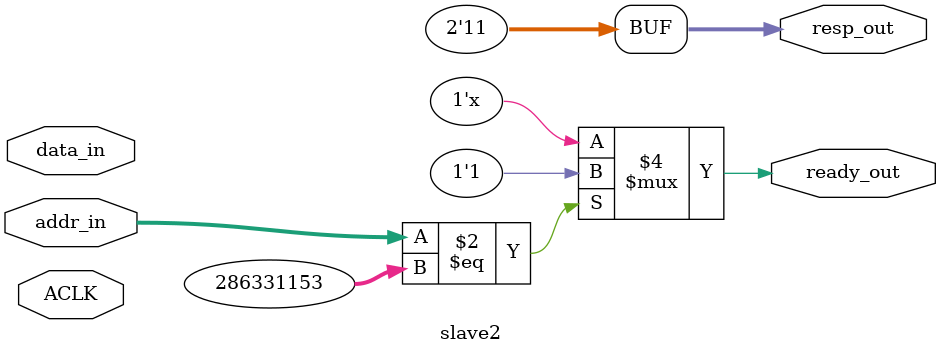
<source format=v>
module slave2(ACLK, ready_out, resp_out, addr_in, data_in);

parameter addr = 32'h11111111;

parameter ready = 1'b1;

output reg ready_out;
output reg [1:0] resp_out;

input ACLK;
input [31:0] addr_in;
input [31:0] data_in;

always @(ACLK) begin

if(addr_in == addr) ready_out <= ready; 

end

always @(data_in) resp_out <= 2'b11;

endmodule

</source>
